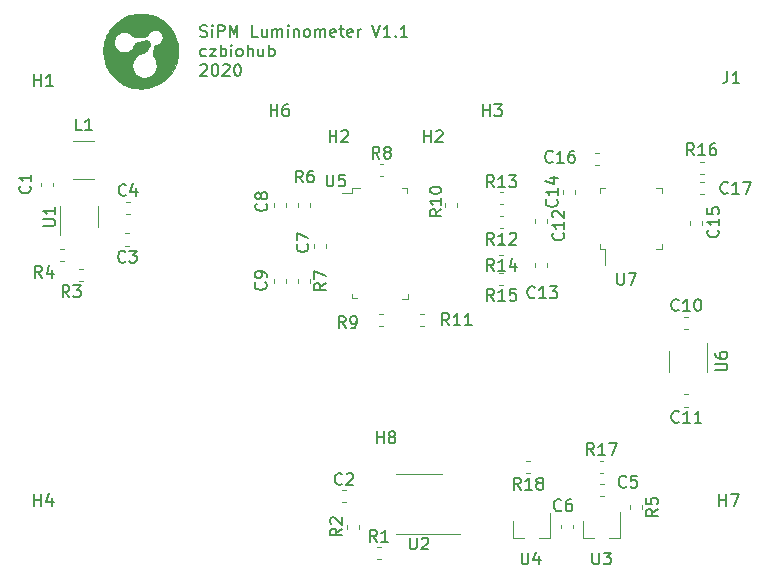
<source format=gbr>
G04 #@! TF.GenerationSoftware,KiCad,Pcbnew,(5.1.5-0)*
G04 #@! TF.CreationDate,2020-12-17T20:40:07-08:00*
G04 #@! TF.ProjectId,Luminometer_ADC_concept,4c756d69-6e6f-46d6-9574-65725f414443,rev?*
G04 #@! TF.SameCoordinates,Original*
G04 #@! TF.FileFunction,Legend,Top*
G04 #@! TF.FilePolarity,Positive*
%FSLAX46Y46*%
G04 Gerber Fmt 4.6, Leading zero omitted, Abs format (unit mm)*
G04 Created by KiCad (PCBNEW (5.1.5-0)) date 2020-12-17 20:40:07*
%MOMM*%
%LPD*%
G04 APERTURE LIST*
%ADD10C,0.150000*%
%ADD11C,0.010000*%
%ADD12C,0.120000*%
%ADD13C,0.100000*%
G04 APERTURE END LIST*
D10*
X131787976Y-83504761D02*
X131930833Y-83552380D01*
X132168928Y-83552380D01*
X132264166Y-83504761D01*
X132311785Y-83457142D01*
X132359404Y-83361904D01*
X132359404Y-83266666D01*
X132311785Y-83171428D01*
X132264166Y-83123809D01*
X132168928Y-83076190D01*
X131978452Y-83028571D01*
X131883214Y-82980952D01*
X131835595Y-82933333D01*
X131787976Y-82838095D01*
X131787976Y-82742857D01*
X131835595Y-82647619D01*
X131883214Y-82600000D01*
X131978452Y-82552380D01*
X132216547Y-82552380D01*
X132359404Y-82600000D01*
X132787976Y-83552380D02*
X132787976Y-82885714D01*
X132787976Y-82552380D02*
X132740357Y-82600000D01*
X132787976Y-82647619D01*
X132835595Y-82600000D01*
X132787976Y-82552380D01*
X132787976Y-82647619D01*
X133264166Y-83552380D02*
X133264166Y-82552380D01*
X133645119Y-82552380D01*
X133740357Y-82600000D01*
X133787976Y-82647619D01*
X133835595Y-82742857D01*
X133835595Y-82885714D01*
X133787976Y-82980952D01*
X133740357Y-83028571D01*
X133645119Y-83076190D01*
X133264166Y-83076190D01*
X134264166Y-83552380D02*
X134264166Y-82552380D01*
X134597500Y-83266666D01*
X134930833Y-82552380D01*
X134930833Y-83552380D01*
X136645119Y-83552380D02*
X136168928Y-83552380D01*
X136168928Y-82552380D01*
X137407023Y-82885714D02*
X137407023Y-83552380D01*
X136978452Y-82885714D02*
X136978452Y-83409523D01*
X137026071Y-83504761D01*
X137121309Y-83552380D01*
X137264166Y-83552380D01*
X137359404Y-83504761D01*
X137407023Y-83457142D01*
X137883214Y-83552380D02*
X137883214Y-82885714D01*
X137883214Y-82980952D02*
X137930833Y-82933333D01*
X138026071Y-82885714D01*
X138168928Y-82885714D01*
X138264166Y-82933333D01*
X138311785Y-83028571D01*
X138311785Y-83552380D01*
X138311785Y-83028571D02*
X138359404Y-82933333D01*
X138454642Y-82885714D01*
X138597500Y-82885714D01*
X138692738Y-82933333D01*
X138740357Y-83028571D01*
X138740357Y-83552380D01*
X139216547Y-83552380D02*
X139216547Y-82885714D01*
X139216547Y-82552380D02*
X139168928Y-82600000D01*
X139216547Y-82647619D01*
X139264166Y-82600000D01*
X139216547Y-82552380D01*
X139216547Y-82647619D01*
X139692738Y-82885714D02*
X139692738Y-83552380D01*
X139692738Y-82980952D02*
X139740357Y-82933333D01*
X139835595Y-82885714D01*
X139978452Y-82885714D01*
X140073690Y-82933333D01*
X140121309Y-83028571D01*
X140121309Y-83552380D01*
X140740357Y-83552380D02*
X140645119Y-83504761D01*
X140597500Y-83457142D01*
X140549880Y-83361904D01*
X140549880Y-83076190D01*
X140597500Y-82980952D01*
X140645119Y-82933333D01*
X140740357Y-82885714D01*
X140883214Y-82885714D01*
X140978452Y-82933333D01*
X141026071Y-82980952D01*
X141073690Y-83076190D01*
X141073690Y-83361904D01*
X141026071Y-83457142D01*
X140978452Y-83504761D01*
X140883214Y-83552380D01*
X140740357Y-83552380D01*
X141502261Y-83552380D02*
X141502261Y-82885714D01*
X141502261Y-82980952D02*
X141549880Y-82933333D01*
X141645119Y-82885714D01*
X141787976Y-82885714D01*
X141883214Y-82933333D01*
X141930833Y-83028571D01*
X141930833Y-83552380D01*
X141930833Y-83028571D02*
X141978452Y-82933333D01*
X142073690Y-82885714D01*
X142216547Y-82885714D01*
X142311785Y-82933333D01*
X142359404Y-83028571D01*
X142359404Y-83552380D01*
X143216547Y-83504761D02*
X143121309Y-83552380D01*
X142930833Y-83552380D01*
X142835595Y-83504761D01*
X142787976Y-83409523D01*
X142787976Y-83028571D01*
X142835595Y-82933333D01*
X142930833Y-82885714D01*
X143121309Y-82885714D01*
X143216547Y-82933333D01*
X143264166Y-83028571D01*
X143264166Y-83123809D01*
X142787976Y-83219047D01*
X143549880Y-82885714D02*
X143930833Y-82885714D01*
X143692738Y-82552380D02*
X143692738Y-83409523D01*
X143740357Y-83504761D01*
X143835595Y-83552380D01*
X143930833Y-83552380D01*
X144645119Y-83504761D02*
X144549880Y-83552380D01*
X144359404Y-83552380D01*
X144264166Y-83504761D01*
X144216547Y-83409523D01*
X144216547Y-83028571D01*
X144264166Y-82933333D01*
X144359404Y-82885714D01*
X144549880Y-82885714D01*
X144645119Y-82933333D01*
X144692738Y-83028571D01*
X144692738Y-83123809D01*
X144216547Y-83219047D01*
X145121309Y-83552380D02*
X145121309Y-82885714D01*
X145121309Y-83076190D02*
X145168928Y-82980952D01*
X145216547Y-82933333D01*
X145311785Y-82885714D01*
X145407023Y-82885714D01*
X146359404Y-82552380D02*
X146692738Y-83552380D01*
X147026071Y-82552380D01*
X147883214Y-83552380D02*
X147311785Y-83552380D01*
X147597500Y-83552380D02*
X147597500Y-82552380D01*
X147502261Y-82695238D01*
X147407023Y-82790476D01*
X147311785Y-82838095D01*
X148311785Y-83457142D02*
X148359404Y-83504761D01*
X148311785Y-83552380D01*
X148264166Y-83504761D01*
X148311785Y-83457142D01*
X148311785Y-83552380D01*
X149311785Y-83552380D02*
X148740357Y-83552380D01*
X149026071Y-83552380D02*
X149026071Y-82552380D01*
X148930833Y-82695238D01*
X148835595Y-82790476D01*
X148740357Y-82838095D01*
X132264166Y-85154761D02*
X132168928Y-85202380D01*
X131978452Y-85202380D01*
X131883214Y-85154761D01*
X131835595Y-85107142D01*
X131787976Y-85011904D01*
X131787976Y-84726190D01*
X131835595Y-84630952D01*
X131883214Y-84583333D01*
X131978452Y-84535714D01*
X132168928Y-84535714D01*
X132264166Y-84583333D01*
X132597500Y-84535714D02*
X133121309Y-84535714D01*
X132597500Y-85202380D01*
X133121309Y-85202380D01*
X133502261Y-85202380D02*
X133502261Y-84202380D01*
X133502261Y-84583333D02*
X133597500Y-84535714D01*
X133787976Y-84535714D01*
X133883214Y-84583333D01*
X133930833Y-84630952D01*
X133978452Y-84726190D01*
X133978452Y-85011904D01*
X133930833Y-85107142D01*
X133883214Y-85154761D01*
X133787976Y-85202380D01*
X133597500Y-85202380D01*
X133502261Y-85154761D01*
X134407023Y-85202380D02*
X134407023Y-84535714D01*
X134407023Y-84202380D02*
X134359404Y-84250000D01*
X134407023Y-84297619D01*
X134454642Y-84250000D01*
X134407023Y-84202380D01*
X134407023Y-84297619D01*
X135026071Y-85202380D02*
X134930833Y-85154761D01*
X134883214Y-85107142D01*
X134835595Y-85011904D01*
X134835595Y-84726190D01*
X134883214Y-84630952D01*
X134930833Y-84583333D01*
X135026071Y-84535714D01*
X135168928Y-84535714D01*
X135264166Y-84583333D01*
X135311785Y-84630952D01*
X135359404Y-84726190D01*
X135359404Y-85011904D01*
X135311785Y-85107142D01*
X135264166Y-85154761D01*
X135168928Y-85202380D01*
X135026071Y-85202380D01*
X135787976Y-85202380D02*
X135787976Y-84202380D01*
X136216547Y-85202380D02*
X136216547Y-84678571D01*
X136168928Y-84583333D01*
X136073690Y-84535714D01*
X135930833Y-84535714D01*
X135835595Y-84583333D01*
X135787976Y-84630952D01*
X137121309Y-84535714D02*
X137121309Y-85202380D01*
X136692738Y-84535714D02*
X136692738Y-85059523D01*
X136740357Y-85154761D01*
X136835595Y-85202380D01*
X136978452Y-85202380D01*
X137073690Y-85154761D01*
X137121309Y-85107142D01*
X137597500Y-85202380D02*
X137597500Y-84202380D01*
X137597500Y-84583333D02*
X137692738Y-84535714D01*
X137883214Y-84535714D01*
X137978452Y-84583333D01*
X138026071Y-84630952D01*
X138073690Y-84726190D01*
X138073690Y-85011904D01*
X138026071Y-85107142D01*
X137978452Y-85154761D01*
X137883214Y-85202380D01*
X137692738Y-85202380D01*
X137597500Y-85154761D01*
X131787976Y-85947619D02*
X131835595Y-85900000D01*
X131930833Y-85852380D01*
X132168928Y-85852380D01*
X132264166Y-85900000D01*
X132311785Y-85947619D01*
X132359404Y-86042857D01*
X132359404Y-86138095D01*
X132311785Y-86280952D01*
X131740357Y-86852380D01*
X132359404Y-86852380D01*
X132978452Y-85852380D02*
X133073690Y-85852380D01*
X133168928Y-85900000D01*
X133216547Y-85947619D01*
X133264166Y-86042857D01*
X133311785Y-86233333D01*
X133311785Y-86471428D01*
X133264166Y-86661904D01*
X133216547Y-86757142D01*
X133168928Y-86804761D01*
X133073690Y-86852380D01*
X132978452Y-86852380D01*
X132883214Y-86804761D01*
X132835595Y-86757142D01*
X132787976Y-86661904D01*
X132740357Y-86471428D01*
X132740357Y-86233333D01*
X132787976Y-86042857D01*
X132835595Y-85947619D01*
X132883214Y-85900000D01*
X132978452Y-85852380D01*
X133692738Y-85947619D02*
X133740357Y-85900000D01*
X133835595Y-85852380D01*
X134073690Y-85852380D01*
X134168928Y-85900000D01*
X134216547Y-85947619D01*
X134264166Y-86042857D01*
X134264166Y-86138095D01*
X134216547Y-86280952D01*
X133645119Y-86852380D01*
X134264166Y-86852380D01*
X134883214Y-85852380D02*
X134978452Y-85852380D01*
X135073690Y-85900000D01*
X135121309Y-85947619D01*
X135168928Y-86042857D01*
X135216547Y-86233333D01*
X135216547Y-86471428D01*
X135168928Y-86661904D01*
X135121309Y-86757142D01*
X135073690Y-86804761D01*
X134978452Y-86852380D01*
X134883214Y-86852380D01*
X134787976Y-86804761D01*
X134740357Y-86757142D01*
X134692738Y-86661904D01*
X134645119Y-86471428D01*
X134645119Y-86233333D01*
X134692738Y-86042857D01*
X134740357Y-85947619D01*
X134787976Y-85900000D01*
X134883214Y-85852380D01*
D11*
G36*
X126948493Y-81580839D02*
G01*
X127122422Y-81595117D01*
X127252477Y-81612656D01*
X127478792Y-81657554D01*
X127699391Y-81718096D01*
X127913616Y-81793767D01*
X128120806Y-81884051D01*
X128320304Y-81988432D01*
X128511450Y-82106394D01*
X128693587Y-82237421D01*
X128866055Y-82380997D01*
X129028195Y-82536607D01*
X129179349Y-82703735D01*
X129318858Y-82881864D01*
X129446064Y-83070479D01*
X129560307Y-83269063D01*
X129660929Y-83477102D01*
X129675148Y-83509889D01*
X129757115Y-83723151D01*
X129822804Y-83941030D01*
X129872224Y-84163564D01*
X129905381Y-84390788D01*
X129922282Y-84622736D01*
X129924652Y-84750000D01*
X129916395Y-84983606D01*
X129891772Y-85213523D01*
X129851001Y-85439169D01*
X129794301Y-85659962D01*
X129721893Y-85875321D01*
X129633995Y-86084665D01*
X129530826Y-86287413D01*
X129412607Y-86482984D01*
X129279556Y-86670795D01*
X129132364Y-86849733D01*
X128970893Y-87019882D01*
X128799724Y-87176255D01*
X128619330Y-87318613D01*
X128430184Y-87446718D01*
X128232760Y-87560333D01*
X128027529Y-87659220D01*
X127814964Y-87743140D01*
X127595539Y-87811857D01*
X127369726Y-87865132D01*
X127137998Y-87902727D01*
X127012466Y-87916256D01*
X126955980Y-87919962D01*
X126886826Y-87922401D01*
X126809218Y-87923603D01*
X126727373Y-87923595D01*
X126645506Y-87922408D01*
X126567832Y-87920069D01*
X126498566Y-87916608D01*
X126445200Y-87912387D01*
X126214573Y-87880940D01*
X125989193Y-87833697D01*
X125769695Y-87771125D01*
X125556719Y-87693694D01*
X125350904Y-87601870D01*
X125152887Y-87496124D01*
X124963307Y-87376922D01*
X124782802Y-87244734D01*
X124612011Y-87100027D01*
X124451572Y-86943270D01*
X124302123Y-86774931D01*
X124164303Y-86595479D01*
X124038750Y-86405381D01*
X123926102Y-86205107D01*
X123826998Y-85995123D01*
X123824851Y-85990110D01*
X123742884Y-85776848D01*
X123677195Y-85558969D01*
X123627775Y-85336435D01*
X123594618Y-85109211D01*
X123577717Y-84877263D01*
X123575347Y-84750000D01*
X123583471Y-84515484D01*
X123607846Y-84285713D01*
X123648481Y-84060650D01*
X123666145Y-83992233D01*
X124469902Y-83992233D01*
X124470296Y-84045907D01*
X124471813Y-84087463D01*
X124474956Y-84121705D01*
X124480227Y-84153436D01*
X124488127Y-84187461D01*
X124491768Y-84201409D01*
X124531069Y-84317712D01*
X124584260Y-84425381D01*
X124650303Y-84523459D01*
X124728162Y-84610988D01*
X124816801Y-84687011D01*
X124915183Y-84750568D01*
X125022271Y-84800703D01*
X125137029Y-84836456D01*
X125191125Y-84847639D01*
X125305590Y-84859358D01*
X125420210Y-84855171D01*
X125533167Y-84835840D01*
X125642648Y-84802128D01*
X125746834Y-84754798D01*
X125843910Y-84694611D01*
X125932060Y-84622332D01*
X126009467Y-84538723D01*
X126046700Y-84488338D01*
X126070055Y-84451055D01*
X126095205Y-84406240D01*
X126119522Y-84359038D01*
X126140382Y-84314592D01*
X126155159Y-84278045D01*
X126157314Y-84271633D01*
X126186435Y-84202917D01*
X126227168Y-84139500D01*
X126276916Y-84084245D01*
X126333078Y-84040013D01*
X126393056Y-84009665D01*
X126396327Y-84008486D01*
X126412003Y-84003952D01*
X126442312Y-83996109D01*
X126485377Y-83985410D01*
X126539322Y-83972309D01*
X126602270Y-83957258D01*
X126672345Y-83940711D01*
X126747669Y-83923121D01*
X126800704Y-83910847D01*
X126890516Y-83890216D01*
X126965498Y-83873202D01*
X127027288Y-83859494D01*
X127077527Y-83848777D01*
X127117853Y-83840739D01*
X127149908Y-83835065D01*
X127175329Y-83831443D01*
X127195758Y-83829560D01*
X127212833Y-83829101D01*
X127225922Y-83829597D01*
X127290970Y-83841093D01*
X127348924Y-83867176D01*
X127401538Y-83908732D01*
X127419049Y-83927133D01*
X127460224Y-83978825D01*
X127487623Y-84027419D01*
X127502914Y-84076765D01*
X127507764Y-84130711D01*
X127507766Y-84131933D01*
X127507766Y-84195433D01*
X127402875Y-84411333D01*
X127366023Y-84486758D01*
X127335134Y-84548776D01*
X127309056Y-84599344D01*
X127286635Y-84640421D01*
X127266717Y-84673963D01*
X127248150Y-84701928D01*
X127229780Y-84726274D01*
X127210453Y-84748960D01*
X127192699Y-84768098D01*
X127123824Y-84829754D01*
X127045904Y-84879214D01*
X126957267Y-84917366D01*
X126862232Y-84943812D01*
X126729787Y-84980678D01*
X126606031Y-85031286D01*
X126491767Y-85095034D01*
X126387801Y-85171324D01*
X126294939Y-85259554D01*
X126213985Y-85359125D01*
X126145745Y-85469437D01*
X126138592Y-85483089D01*
X126083641Y-85606962D01*
X126044865Y-85732294D01*
X126021908Y-85857958D01*
X126014419Y-85982827D01*
X126022043Y-86105774D01*
X126044426Y-86225673D01*
X126081214Y-86341397D01*
X126132055Y-86451818D01*
X126196594Y-86555810D01*
X126274478Y-86652246D01*
X126365352Y-86740000D01*
X126468863Y-86817944D01*
X126577489Y-86881321D01*
X126682227Y-86929427D01*
X126784086Y-86964549D01*
X126888551Y-86988423D01*
X126940499Y-86996303D01*
X126984362Y-86999743D01*
X127038906Y-87000693D01*
X127098086Y-86999299D01*
X127155855Y-86995708D01*
X127206167Y-86990062D01*
X127207235Y-86989902D01*
X127337090Y-86962115D01*
X127459783Y-86918983D01*
X127575311Y-86860508D01*
X127683673Y-86786692D01*
X127784864Y-86697536D01*
X127788240Y-86694173D01*
X127876154Y-86594847D01*
X127949400Y-86488136D01*
X128007864Y-86375312D01*
X128051430Y-86257645D01*
X128079986Y-86136408D01*
X128093417Y-86012870D01*
X128091608Y-85888303D01*
X128074446Y-85763978D01*
X128041815Y-85641166D01*
X127993603Y-85521139D01*
X127929694Y-85405167D01*
X127907181Y-85370973D01*
X127845911Y-85269738D01*
X127801305Y-85168963D01*
X127773138Y-85067835D01*
X127761189Y-84965537D01*
X127765234Y-84861257D01*
X127766010Y-84854678D01*
X127770845Y-84825802D01*
X127779494Y-84784781D01*
X127791218Y-84734379D01*
X127805275Y-84677361D01*
X127820924Y-84616489D01*
X127837426Y-84554529D01*
X127854039Y-84494244D01*
X127870024Y-84438398D01*
X127884638Y-84389755D01*
X127897143Y-84351079D01*
X127906796Y-84325135D01*
X127909426Y-84319453D01*
X127935755Y-84279707D01*
X127970457Y-84248768D01*
X128016094Y-84224981D01*
X128075227Y-84206691D01*
X128088749Y-84203580D01*
X128123240Y-84193842D01*
X128166280Y-84178560D01*
X128211459Y-84160127D01*
X128239795Y-84147176D01*
X128280142Y-84126957D01*
X128311796Y-84108583D01*
X128339708Y-84088471D01*
X128368828Y-84063040D01*
X128404105Y-84028708D01*
X128405617Y-84027197D01*
X128441509Y-83990205D01*
X128468197Y-83959411D01*
X128489288Y-83929942D01*
X128508390Y-83896921D01*
X128522321Y-83869466D01*
X128552122Y-83803304D01*
X128572611Y-83743482D01*
X128585578Y-83683556D01*
X128592815Y-83617082D01*
X128592926Y-83615466D01*
X128591799Y-83530595D01*
X128578184Y-83442536D01*
X128553700Y-83359711D01*
X128517158Y-83284011D01*
X128466391Y-83210357D01*
X128404098Y-83141416D01*
X128332976Y-83079857D01*
X128255723Y-83028346D01*
X128182202Y-82992385D01*
X128121410Y-82970078D01*
X128067257Y-82956017D01*
X128012868Y-82949023D01*
X127951365Y-82947919D01*
X127927085Y-82948699D01*
X127833201Y-82957941D01*
X127749113Y-82978266D01*
X127671872Y-83011000D01*
X127598530Y-83057464D01*
X127526138Y-83118983D01*
X127507766Y-83136947D01*
X127467927Y-83178650D01*
X127437715Y-83215050D01*
X127413310Y-83251140D01*
X127394299Y-83285266D01*
X127355422Y-83352943D01*
X127315556Y-83406189D01*
X127272240Y-83447442D01*
X127223015Y-83479140D01*
X127178797Y-83498853D01*
X127161222Y-83503160D01*
X127128905Y-83508714D01*
X127083975Y-83515284D01*
X127028557Y-83522640D01*
X126964781Y-83530555D01*
X126894772Y-83538797D01*
X126820659Y-83547138D01*
X126744569Y-83555347D01*
X126668629Y-83563196D01*
X126594967Y-83570455D01*
X126525710Y-83576893D01*
X126462985Y-83582283D01*
X126408920Y-83586393D01*
X126365642Y-83588995D01*
X126335350Y-83589859D01*
X126276151Y-83587291D01*
X126224081Y-83579050D01*
X126176287Y-83563715D01*
X126129918Y-83539861D01*
X126082123Y-83506066D01*
X126030048Y-83460906D01*
X125980608Y-83412843D01*
X125910739Y-83345729D01*
X125845963Y-83291063D01*
X125782826Y-83246679D01*
X125717878Y-83210405D01*
X125647664Y-83180073D01*
X125568732Y-83153514D01*
X125567071Y-83153015D01*
X125505674Y-83139000D01*
X125433572Y-83129556D01*
X125356430Y-83124916D01*
X125279913Y-83125317D01*
X125209686Y-83130991D01*
X125174299Y-83136745D01*
X125055815Y-83169069D01*
X124944721Y-83216465D01*
X124841776Y-83278540D01*
X124747735Y-83354906D01*
X124743144Y-83359221D01*
X124659176Y-83449904D01*
X124589727Y-83549278D01*
X124534708Y-83657496D01*
X124494028Y-83774710D01*
X124491768Y-83783057D01*
X124482782Y-83819118D01*
X124476609Y-83851130D01*
X124472747Y-83883898D01*
X124470694Y-83922225D01*
X124469947Y-83970915D01*
X124469902Y-83992233D01*
X123666145Y-83992233D01*
X123705382Y-83840261D01*
X123778556Y-83624509D01*
X123824851Y-83509889D01*
X123923321Y-83300443D01*
X124035513Y-83100371D01*
X124160769Y-82910190D01*
X124298429Y-82730415D01*
X124447836Y-82561563D01*
X124608330Y-82404149D01*
X124779253Y-82258689D01*
X124959947Y-82125700D01*
X125149751Y-82005696D01*
X125348008Y-81899194D01*
X125554058Y-81806709D01*
X125767244Y-81728758D01*
X125986906Y-81665856D01*
X126212385Y-81618520D01*
X126247522Y-81612656D01*
X126413596Y-81591362D01*
X126589102Y-81578961D01*
X126769060Y-81575453D01*
X126948493Y-81580839D01*
G37*
X126948493Y-81580839D02*
X127122422Y-81595117D01*
X127252477Y-81612656D01*
X127478792Y-81657554D01*
X127699391Y-81718096D01*
X127913616Y-81793767D01*
X128120806Y-81884051D01*
X128320304Y-81988432D01*
X128511450Y-82106394D01*
X128693587Y-82237421D01*
X128866055Y-82380997D01*
X129028195Y-82536607D01*
X129179349Y-82703735D01*
X129318858Y-82881864D01*
X129446064Y-83070479D01*
X129560307Y-83269063D01*
X129660929Y-83477102D01*
X129675148Y-83509889D01*
X129757115Y-83723151D01*
X129822804Y-83941030D01*
X129872224Y-84163564D01*
X129905381Y-84390788D01*
X129922282Y-84622736D01*
X129924652Y-84750000D01*
X129916395Y-84983606D01*
X129891772Y-85213523D01*
X129851001Y-85439169D01*
X129794301Y-85659962D01*
X129721893Y-85875321D01*
X129633995Y-86084665D01*
X129530826Y-86287413D01*
X129412607Y-86482984D01*
X129279556Y-86670795D01*
X129132364Y-86849733D01*
X128970893Y-87019882D01*
X128799724Y-87176255D01*
X128619330Y-87318613D01*
X128430184Y-87446718D01*
X128232760Y-87560333D01*
X128027529Y-87659220D01*
X127814964Y-87743140D01*
X127595539Y-87811857D01*
X127369726Y-87865132D01*
X127137998Y-87902727D01*
X127012466Y-87916256D01*
X126955980Y-87919962D01*
X126886826Y-87922401D01*
X126809218Y-87923603D01*
X126727373Y-87923595D01*
X126645506Y-87922408D01*
X126567832Y-87920069D01*
X126498566Y-87916608D01*
X126445200Y-87912387D01*
X126214573Y-87880940D01*
X125989193Y-87833697D01*
X125769695Y-87771125D01*
X125556719Y-87693694D01*
X125350904Y-87601870D01*
X125152887Y-87496124D01*
X124963307Y-87376922D01*
X124782802Y-87244734D01*
X124612011Y-87100027D01*
X124451572Y-86943270D01*
X124302123Y-86774931D01*
X124164303Y-86595479D01*
X124038750Y-86405381D01*
X123926102Y-86205107D01*
X123826998Y-85995123D01*
X123824851Y-85990110D01*
X123742884Y-85776848D01*
X123677195Y-85558969D01*
X123627775Y-85336435D01*
X123594618Y-85109211D01*
X123577717Y-84877263D01*
X123575347Y-84750000D01*
X123583471Y-84515484D01*
X123607846Y-84285713D01*
X123648481Y-84060650D01*
X123666145Y-83992233D01*
X124469902Y-83992233D01*
X124470296Y-84045907D01*
X124471813Y-84087463D01*
X124474956Y-84121705D01*
X124480227Y-84153436D01*
X124488127Y-84187461D01*
X124491768Y-84201409D01*
X124531069Y-84317712D01*
X124584260Y-84425381D01*
X124650303Y-84523459D01*
X124728162Y-84610988D01*
X124816801Y-84687011D01*
X124915183Y-84750568D01*
X125022271Y-84800703D01*
X125137029Y-84836456D01*
X125191125Y-84847639D01*
X125305590Y-84859358D01*
X125420210Y-84855171D01*
X125533167Y-84835840D01*
X125642648Y-84802128D01*
X125746834Y-84754798D01*
X125843910Y-84694611D01*
X125932060Y-84622332D01*
X126009467Y-84538723D01*
X126046700Y-84488338D01*
X126070055Y-84451055D01*
X126095205Y-84406240D01*
X126119522Y-84359038D01*
X126140382Y-84314592D01*
X126155159Y-84278045D01*
X126157314Y-84271633D01*
X126186435Y-84202917D01*
X126227168Y-84139500D01*
X126276916Y-84084245D01*
X126333078Y-84040013D01*
X126393056Y-84009665D01*
X126396327Y-84008486D01*
X126412003Y-84003952D01*
X126442312Y-83996109D01*
X126485377Y-83985410D01*
X126539322Y-83972309D01*
X126602270Y-83957258D01*
X126672345Y-83940711D01*
X126747669Y-83923121D01*
X126800704Y-83910847D01*
X126890516Y-83890216D01*
X126965498Y-83873202D01*
X127027288Y-83859494D01*
X127077527Y-83848777D01*
X127117853Y-83840739D01*
X127149908Y-83835065D01*
X127175329Y-83831443D01*
X127195758Y-83829560D01*
X127212833Y-83829101D01*
X127225922Y-83829597D01*
X127290970Y-83841093D01*
X127348924Y-83867176D01*
X127401538Y-83908732D01*
X127419049Y-83927133D01*
X127460224Y-83978825D01*
X127487623Y-84027419D01*
X127502914Y-84076765D01*
X127507764Y-84130711D01*
X127507766Y-84131933D01*
X127507766Y-84195433D01*
X127402875Y-84411333D01*
X127366023Y-84486758D01*
X127335134Y-84548776D01*
X127309056Y-84599344D01*
X127286635Y-84640421D01*
X127266717Y-84673963D01*
X127248150Y-84701928D01*
X127229780Y-84726274D01*
X127210453Y-84748960D01*
X127192699Y-84768098D01*
X127123824Y-84829754D01*
X127045904Y-84879214D01*
X126957267Y-84917366D01*
X126862232Y-84943812D01*
X126729787Y-84980678D01*
X126606031Y-85031286D01*
X126491767Y-85095034D01*
X126387801Y-85171324D01*
X126294939Y-85259554D01*
X126213985Y-85359125D01*
X126145745Y-85469437D01*
X126138592Y-85483089D01*
X126083641Y-85606962D01*
X126044865Y-85732294D01*
X126021908Y-85857958D01*
X126014419Y-85982827D01*
X126022043Y-86105774D01*
X126044426Y-86225673D01*
X126081214Y-86341397D01*
X126132055Y-86451818D01*
X126196594Y-86555810D01*
X126274478Y-86652246D01*
X126365352Y-86740000D01*
X126468863Y-86817944D01*
X126577489Y-86881321D01*
X126682227Y-86929427D01*
X126784086Y-86964549D01*
X126888551Y-86988423D01*
X126940499Y-86996303D01*
X126984362Y-86999743D01*
X127038906Y-87000693D01*
X127098086Y-86999299D01*
X127155855Y-86995708D01*
X127206167Y-86990062D01*
X127207235Y-86989902D01*
X127337090Y-86962115D01*
X127459783Y-86918983D01*
X127575311Y-86860508D01*
X127683673Y-86786692D01*
X127784864Y-86697536D01*
X127788240Y-86694173D01*
X127876154Y-86594847D01*
X127949400Y-86488136D01*
X128007864Y-86375312D01*
X128051430Y-86257645D01*
X128079986Y-86136408D01*
X128093417Y-86012870D01*
X128091608Y-85888303D01*
X128074446Y-85763978D01*
X128041815Y-85641166D01*
X127993603Y-85521139D01*
X127929694Y-85405167D01*
X127907181Y-85370973D01*
X127845911Y-85269738D01*
X127801305Y-85168963D01*
X127773138Y-85067835D01*
X127761189Y-84965537D01*
X127765234Y-84861257D01*
X127766010Y-84854678D01*
X127770845Y-84825802D01*
X127779494Y-84784781D01*
X127791218Y-84734379D01*
X127805275Y-84677361D01*
X127820924Y-84616489D01*
X127837426Y-84554529D01*
X127854039Y-84494244D01*
X127870024Y-84438398D01*
X127884638Y-84389755D01*
X127897143Y-84351079D01*
X127906796Y-84325135D01*
X127909426Y-84319453D01*
X127935755Y-84279707D01*
X127970457Y-84248768D01*
X128016094Y-84224981D01*
X128075227Y-84206691D01*
X128088749Y-84203580D01*
X128123240Y-84193842D01*
X128166280Y-84178560D01*
X128211459Y-84160127D01*
X128239795Y-84147176D01*
X128280142Y-84126957D01*
X128311796Y-84108583D01*
X128339708Y-84088471D01*
X128368828Y-84063040D01*
X128404105Y-84028708D01*
X128405617Y-84027197D01*
X128441509Y-83990205D01*
X128468197Y-83959411D01*
X128489288Y-83929942D01*
X128508390Y-83896921D01*
X128522321Y-83869466D01*
X128552122Y-83803304D01*
X128572611Y-83743482D01*
X128585578Y-83683556D01*
X128592815Y-83617082D01*
X128592926Y-83615466D01*
X128591799Y-83530595D01*
X128578184Y-83442536D01*
X128553700Y-83359711D01*
X128517158Y-83284011D01*
X128466391Y-83210357D01*
X128404098Y-83141416D01*
X128332976Y-83079857D01*
X128255723Y-83028346D01*
X128182202Y-82992385D01*
X128121410Y-82970078D01*
X128067257Y-82956017D01*
X128012868Y-82949023D01*
X127951365Y-82947919D01*
X127927085Y-82948699D01*
X127833201Y-82957941D01*
X127749113Y-82978266D01*
X127671872Y-83011000D01*
X127598530Y-83057464D01*
X127526138Y-83118983D01*
X127507766Y-83136947D01*
X127467927Y-83178650D01*
X127437715Y-83215050D01*
X127413310Y-83251140D01*
X127394299Y-83285266D01*
X127355422Y-83352943D01*
X127315556Y-83406189D01*
X127272240Y-83447442D01*
X127223015Y-83479140D01*
X127178797Y-83498853D01*
X127161222Y-83503160D01*
X127128905Y-83508714D01*
X127083975Y-83515284D01*
X127028557Y-83522640D01*
X126964781Y-83530555D01*
X126894772Y-83538797D01*
X126820659Y-83547138D01*
X126744569Y-83555347D01*
X126668629Y-83563196D01*
X126594967Y-83570455D01*
X126525710Y-83576893D01*
X126462985Y-83582283D01*
X126408920Y-83586393D01*
X126365642Y-83588995D01*
X126335350Y-83589859D01*
X126276151Y-83587291D01*
X126224081Y-83579050D01*
X126176287Y-83563715D01*
X126129918Y-83539861D01*
X126082123Y-83506066D01*
X126030048Y-83460906D01*
X125980608Y-83412843D01*
X125910739Y-83345729D01*
X125845963Y-83291063D01*
X125782826Y-83246679D01*
X125717878Y-83210405D01*
X125647664Y-83180073D01*
X125568732Y-83153514D01*
X125567071Y-83153015D01*
X125505674Y-83139000D01*
X125433572Y-83129556D01*
X125356430Y-83124916D01*
X125279913Y-83125317D01*
X125209686Y-83130991D01*
X125174299Y-83136745D01*
X125055815Y-83169069D01*
X124944721Y-83216465D01*
X124841776Y-83278540D01*
X124747735Y-83354906D01*
X124743144Y-83359221D01*
X124659176Y-83449904D01*
X124589727Y-83549278D01*
X124534708Y-83657496D01*
X124494028Y-83774710D01*
X124491768Y-83783057D01*
X124482782Y-83819118D01*
X124476609Y-83851130D01*
X124472747Y-83883898D01*
X124470694Y-83922225D01*
X124469947Y-83970915D01*
X124469902Y-83992233D01*
X123666145Y-83992233D01*
X123705382Y-83840261D01*
X123778556Y-83624509D01*
X123824851Y-83509889D01*
X123923321Y-83300443D01*
X124035513Y-83100371D01*
X124160769Y-82910190D01*
X124298429Y-82730415D01*
X124447836Y-82561563D01*
X124608330Y-82404149D01*
X124779253Y-82258689D01*
X124959947Y-82125700D01*
X125149751Y-82005696D01*
X125348008Y-81899194D01*
X125554058Y-81806709D01*
X125767244Y-81728758D01*
X125986906Y-81665856D01*
X126212385Y-81618520D01*
X126247522Y-81612656D01*
X126413596Y-81591362D01*
X126589102Y-81578961D01*
X126769060Y-81575453D01*
X126948493Y-81580839D01*
D12*
X159712779Y-119490000D02*
X159387221Y-119490000D01*
X159712779Y-120510000D02*
X159387221Y-120510000D01*
X165912779Y-119440000D02*
X165587221Y-119440000D01*
X165912779Y-120460000D02*
X165587221Y-120460000D01*
X163526000Y-96831279D02*
X163526000Y-96505721D01*
X162506000Y-96831279D02*
X162506000Y-96505721D01*
X125437221Y-101210000D02*
X125762779Y-101210000D01*
X125437221Y-100190000D02*
X125762779Y-100190000D01*
X118290000Y-95887221D02*
X118290000Y-96212779D01*
X119310000Y-95887221D02*
X119310000Y-96212779D01*
X165962779Y-121440000D02*
X165637221Y-121440000D01*
X165962779Y-122460000D02*
X165637221Y-122460000D01*
X162340000Y-124837221D02*
X162340000Y-125162779D01*
X163360000Y-124837221D02*
X163360000Y-125162779D01*
X138016000Y-97584721D02*
X138016000Y-97910279D01*
X139036000Y-97584721D02*
X139036000Y-97910279D01*
X158220000Y-126010000D02*
X158220000Y-124550000D01*
X161380000Y-126010000D02*
X161380000Y-123850000D01*
X161380000Y-126010000D02*
X160450000Y-126010000D01*
X158220000Y-126010000D02*
X159150000Y-126010000D01*
X140016000Y-104068721D02*
X140016000Y-104394279D01*
X141036000Y-104068721D02*
X141036000Y-104394279D01*
X146920721Y-108045000D02*
X147246279Y-108045000D01*
X146920721Y-107025000D02*
X147246279Y-107025000D01*
X153556000Y-97910279D02*
X153556000Y-97584721D01*
X152536000Y-97910279D02*
X152536000Y-97584721D01*
X157446279Y-96713000D02*
X157120721Y-96713000D01*
X157446279Y-97733000D02*
X157120721Y-97733000D01*
X157438279Y-100959000D02*
X157112721Y-100959000D01*
X157438279Y-101979000D02*
X157112721Y-101979000D01*
X157438279Y-103499000D02*
X157112721Y-103499000D01*
X157438279Y-104519000D02*
X157112721Y-104519000D01*
X138016000Y-104068721D02*
X138016000Y-104394279D01*
X139036000Y-104068721D02*
X139036000Y-104394279D01*
X173091279Y-107294000D02*
X172765721Y-107294000D01*
X173091279Y-108314000D02*
X172765721Y-108314000D01*
X173101279Y-113824000D02*
X172775721Y-113824000D01*
X173101279Y-114844000D02*
X172775721Y-114844000D01*
X160093000Y-102728721D02*
X160093000Y-103054279D01*
X161113000Y-102728721D02*
X161113000Y-103054279D01*
X173245500Y-99117721D02*
X173245500Y-99443279D01*
X174265500Y-99117721D02*
X174265500Y-99443279D01*
X165498279Y-93339000D02*
X165172721Y-93339000D01*
X165498279Y-94359000D02*
X165172721Y-94359000D01*
X174062721Y-96844000D02*
X174388279Y-96844000D01*
X174062721Y-95824000D02*
X174388279Y-95824000D01*
X150420721Y-108045000D02*
X150746279Y-108045000D01*
X150420721Y-107025000D02*
X150746279Y-107025000D01*
D13*
X144666000Y-96746000D02*
X143766000Y-96746000D01*
X144666000Y-96346000D02*
X144666000Y-96746000D01*
X145266000Y-96346000D02*
X144666000Y-96346000D01*
X149266000Y-96346000D02*
X148866000Y-96346000D01*
X149266000Y-96746000D02*
X149266000Y-96346000D01*
X149366000Y-105746000D02*
X148866000Y-105746000D01*
X149366000Y-105346000D02*
X149366000Y-105746000D01*
X144666000Y-105646000D02*
X145066000Y-105646000D01*
X144666000Y-105346000D02*
X144666000Y-105646000D01*
D12*
X166063000Y-101539000D02*
X166063000Y-102854000D01*
X165613000Y-101539000D02*
X166063000Y-101539000D01*
X165613000Y-101089000D02*
X165613000Y-101539000D01*
X165613000Y-96319000D02*
X166063000Y-96319000D01*
X165613000Y-96769000D02*
X165613000Y-96319000D01*
X170833000Y-101539000D02*
X170383000Y-101539000D01*
X170833000Y-101089000D02*
X170833000Y-101539000D01*
X170833000Y-96319000D02*
X170383000Y-96319000D01*
X170833000Y-96769000D02*
X170833000Y-96319000D01*
X143786721Y-122957000D02*
X144112279Y-122957000D01*
X143786721Y-121937000D02*
X144112279Y-121937000D01*
X146733221Y-127783000D02*
X147058779Y-127783000D01*
X146733221Y-126763000D02*
X147058779Y-126763000D01*
X145247000Y-125175279D02*
X145247000Y-124849721D01*
X144227000Y-125175279D02*
X144227000Y-124849721D01*
X168140000Y-123187221D02*
X168140000Y-123512779D01*
X169160000Y-123187221D02*
X169160000Y-123512779D01*
X121812779Y-103190000D02*
X121487221Y-103190000D01*
X121812779Y-104210000D02*
X121487221Y-104210000D01*
X120212779Y-101540000D02*
X119887221Y-101540000D01*
X120212779Y-102560000D02*
X119887221Y-102560000D01*
X125812779Y-97540000D02*
X125487221Y-97540000D01*
X125812779Y-98560000D02*
X125487221Y-98560000D01*
X121019000Y-92367000D02*
X122819000Y-92367000D01*
X121019000Y-95567000D02*
X122819000Y-95567000D01*
X141384000Y-101062721D02*
X141384000Y-101388279D01*
X142404000Y-101062721D02*
X142404000Y-101388279D01*
X119939000Y-97872000D02*
X119939000Y-100322000D01*
X123159000Y-99672000D02*
X123159000Y-97872000D01*
X164170000Y-125960000D02*
X164170000Y-124500000D01*
X167330000Y-125960000D02*
X167330000Y-123800000D01*
X167330000Y-125960000D02*
X166400000Y-125960000D01*
X164170000Y-125960000D02*
X165100000Y-125960000D01*
X174646000Y-111924000D02*
X174646000Y-109474000D01*
X171426000Y-110124000D02*
X171426000Y-111924000D01*
X141036000Y-97910279D02*
X141036000Y-97584721D01*
X140016000Y-97910279D02*
X140016000Y-97584721D01*
X146955721Y-95333000D02*
X147281279Y-95333000D01*
X146955721Y-94313000D02*
X147281279Y-94313000D01*
X157446279Y-98745000D02*
X157120721Y-98745000D01*
X157446279Y-99765000D02*
X157120721Y-99765000D01*
X150284000Y-125641000D02*
X153734000Y-125641000D01*
X150284000Y-125641000D02*
X148334000Y-125641000D01*
X150284000Y-120521000D02*
X152234000Y-120521000D01*
X150284000Y-120521000D02*
X148334000Y-120521000D01*
X174388279Y-94109000D02*
X174062721Y-94109000D01*
X174388279Y-95129000D02*
X174062721Y-95129000D01*
X161113000Y-99319279D02*
X161113000Y-98993721D01*
X160093000Y-99319279D02*
X160093000Y-98993721D01*
D10*
X150738095Y-92452380D02*
X150738095Y-91452380D01*
X150738095Y-91928571D02*
X151309523Y-91928571D01*
X151309523Y-92452380D02*
X151309523Y-91452380D01*
X151738095Y-91547619D02*
X151785714Y-91500000D01*
X151880952Y-91452380D01*
X152119047Y-91452380D01*
X152214285Y-91500000D01*
X152261904Y-91547619D01*
X152309523Y-91642857D01*
X152309523Y-91738095D01*
X152261904Y-91880952D01*
X151690476Y-92452380D01*
X152309523Y-92452380D01*
X176416666Y-86452380D02*
X176416666Y-87166666D01*
X176369047Y-87309523D01*
X176273809Y-87404761D01*
X176130952Y-87452380D01*
X176035714Y-87452380D01*
X177416666Y-87452380D02*
X176845238Y-87452380D01*
X177130952Y-87452380D02*
X177130952Y-86452380D01*
X177035714Y-86595238D01*
X176940476Y-86690476D01*
X176845238Y-86738095D01*
X158907142Y-121882380D02*
X158573809Y-121406190D01*
X158335714Y-121882380D02*
X158335714Y-120882380D01*
X158716666Y-120882380D01*
X158811904Y-120930000D01*
X158859523Y-120977619D01*
X158907142Y-121072857D01*
X158907142Y-121215714D01*
X158859523Y-121310952D01*
X158811904Y-121358571D01*
X158716666Y-121406190D01*
X158335714Y-121406190D01*
X159859523Y-121882380D02*
X159288095Y-121882380D01*
X159573809Y-121882380D02*
X159573809Y-120882380D01*
X159478571Y-121025238D01*
X159383333Y-121120476D01*
X159288095Y-121168095D01*
X160430952Y-121310952D02*
X160335714Y-121263333D01*
X160288095Y-121215714D01*
X160240476Y-121120476D01*
X160240476Y-121072857D01*
X160288095Y-120977619D01*
X160335714Y-120930000D01*
X160430952Y-120882380D01*
X160621428Y-120882380D01*
X160716666Y-120930000D01*
X160764285Y-120977619D01*
X160811904Y-121072857D01*
X160811904Y-121120476D01*
X160764285Y-121215714D01*
X160716666Y-121263333D01*
X160621428Y-121310952D01*
X160430952Y-121310952D01*
X160335714Y-121358571D01*
X160288095Y-121406190D01*
X160240476Y-121501428D01*
X160240476Y-121691904D01*
X160288095Y-121787142D01*
X160335714Y-121834761D01*
X160430952Y-121882380D01*
X160621428Y-121882380D01*
X160716666Y-121834761D01*
X160764285Y-121787142D01*
X160811904Y-121691904D01*
X160811904Y-121501428D01*
X160764285Y-121406190D01*
X160716666Y-121358571D01*
X160621428Y-121310952D01*
X165107142Y-118952380D02*
X164773809Y-118476190D01*
X164535714Y-118952380D02*
X164535714Y-117952380D01*
X164916666Y-117952380D01*
X165011904Y-118000000D01*
X165059523Y-118047619D01*
X165107142Y-118142857D01*
X165107142Y-118285714D01*
X165059523Y-118380952D01*
X165011904Y-118428571D01*
X164916666Y-118476190D01*
X164535714Y-118476190D01*
X166059523Y-118952380D02*
X165488095Y-118952380D01*
X165773809Y-118952380D02*
X165773809Y-117952380D01*
X165678571Y-118095238D01*
X165583333Y-118190476D01*
X165488095Y-118238095D01*
X166392857Y-117952380D02*
X167059523Y-117952380D01*
X166630952Y-118952380D01*
X146738095Y-117952380D02*
X146738095Y-116952380D01*
X146738095Y-117428571D02*
X147309523Y-117428571D01*
X147309523Y-117952380D02*
X147309523Y-116952380D01*
X147928571Y-117380952D02*
X147833333Y-117333333D01*
X147785714Y-117285714D01*
X147738095Y-117190476D01*
X147738095Y-117142857D01*
X147785714Y-117047619D01*
X147833333Y-117000000D01*
X147928571Y-116952380D01*
X148119047Y-116952380D01*
X148214285Y-117000000D01*
X148261904Y-117047619D01*
X148309523Y-117142857D01*
X148309523Y-117190476D01*
X148261904Y-117285714D01*
X148214285Y-117333333D01*
X148119047Y-117380952D01*
X147928571Y-117380952D01*
X147833333Y-117428571D01*
X147785714Y-117476190D01*
X147738095Y-117571428D01*
X147738095Y-117761904D01*
X147785714Y-117857142D01*
X147833333Y-117904761D01*
X147928571Y-117952380D01*
X148119047Y-117952380D01*
X148214285Y-117904761D01*
X148261904Y-117857142D01*
X148309523Y-117761904D01*
X148309523Y-117571428D01*
X148261904Y-117476190D01*
X148214285Y-117428571D01*
X148119047Y-117380952D01*
X175738095Y-123252380D02*
X175738095Y-122252380D01*
X175738095Y-122728571D02*
X176309523Y-122728571D01*
X176309523Y-123252380D02*
X176309523Y-122252380D01*
X176690476Y-122252380D02*
X177357142Y-122252380D01*
X176928571Y-123252380D01*
X137738095Y-90252380D02*
X137738095Y-89252380D01*
X137738095Y-89728571D02*
X138309523Y-89728571D01*
X138309523Y-90252380D02*
X138309523Y-89252380D01*
X139214285Y-89252380D02*
X139023809Y-89252380D01*
X138928571Y-89300000D01*
X138880952Y-89347619D01*
X138785714Y-89490476D01*
X138738095Y-89680952D01*
X138738095Y-90061904D01*
X138785714Y-90157142D01*
X138833333Y-90204761D01*
X138928571Y-90252380D01*
X139119047Y-90252380D01*
X139214285Y-90204761D01*
X139261904Y-90157142D01*
X139309523Y-90061904D01*
X139309523Y-89823809D01*
X139261904Y-89728571D01*
X139214285Y-89680952D01*
X139119047Y-89633333D01*
X138928571Y-89633333D01*
X138833333Y-89680952D01*
X138785714Y-89728571D01*
X138738095Y-89823809D01*
X117738095Y-123252380D02*
X117738095Y-122252380D01*
X117738095Y-122728571D02*
X118309523Y-122728571D01*
X118309523Y-123252380D02*
X118309523Y-122252380D01*
X119214285Y-122585714D02*
X119214285Y-123252380D01*
X118976190Y-122204761D02*
X118738095Y-122919047D01*
X119357142Y-122919047D01*
X155738095Y-90252380D02*
X155738095Y-89252380D01*
X155738095Y-89728571D02*
X156309523Y-89728571D01*
X156309523Y-90252380D02*
X156309523Y-89252380D01*
X156690476Y-89252380D02*
X157309523Y-89252380D01*
X156976190Y-89633333D01*
X157119047Y-89633333D01*
X157214285Y-89680952D01*
X157261904Y-89728571D01*
X157309523Y-89823809D01*
X157309523Y-90061904D01*
X157261904Y-90157142D01*
X157214285Y-90204761D01*
X157119047Y-90252380D01*
X156833333Y-90252380D01*
X156738095Y-90204761D01*
X156690476Y-90157142D01*
X142738095Y-92452380D02*
X142738095Y-91452380D01*
X142738095Y-91928571D02*
X143309523Y-91928571D01*
X143309523Y-92452380D02*
X143309523Y-91452380D01*
X143738095Y-91547619D02*
X143785714Y-91500000D01*
X143880952Y-91452380D01*
X144119047Y-91452380D01*
X144214285Y-91500000D01*
X144261904Y-91547619D01*
X144309523Y-91642857D01*
X144309523Y-91738095D01*
X144261904Y-91880952D01*
X143690476Y-92452380D01*
X144309523Y-92452380D01*
X117738095Y-87702380D02*
X117738095Y-86702380D01*
X117738095Y-87178571D02*
X118309523Y-87178571D01*
X118309523Y-87702380D02*
X118309523Y-86702380D01*
X119309523Y-87702380D02*
X118738095Y-87702380D01*
X119023809Y-87702380D02*
X119023809Y-86702380D01*
X118928571Y-86845238D01*
X118833333Y-86940476D01*
X118738095Y-86988095D01*
X161943142Y-97311357D02*
X161990761Y-97358976D01*
X162038380Y-97501833D01*
X162038380Y-97597071D01*
X161990761Y-97739928D01*
X161895523Y-97835166D01*
X161800285Y-97882785D01*
X161609809Y-97930404D01*
X161466952Y-97930404D01*
X161276476Y-97882785D01*
X161181238Y-97835166D01*
X161086000Y-97739928D01*
X161038380Y-97597071D01*
X161038380Y-97501833D01*
X161086000Y-97358976D01*
X161133619Y-97311357D01*
X162038380Y-96358976D02*
X162038380Y-96930404D01*
X162038380Y-96644690D02*
X161038380Y-96644690D01*
X161181238Y-96739928D01*
X161276476Y-96835166D01*
X161324095Y-96930404D01*
X161371714Y-95501833D02*
X162038380Y-95501833D01*
X160990761Y-95739928D02*
X161705047Y-95978023D01*
X161705047Y-95358976D01*
X125433333Y-102557142D02*
X125385714Y-102604761D01*
X125242857Y-102652380D01*
X125147619Y-102652380D01*
X125004761Y-102604761D01*
X124909523Y-102509523D01*
X124861904Y-102414285D01*
X124814285Y-102223809D01*
X124814285Y-102080952D01*
X124861904Y-101890476D01*
X124909523Y-101795238D01*
X125004761Y-101700000D01*
X125147619Y-101652380D01*
X125242857Y-101652380D01*
X125385714Y-101700000D01*
X125433333Y-101747619D01*
X125766666Y-101652380D02*
X126385714Y-101652380D01*
X126052380Y-102033333D01*
X126195238Y-102033333D01*
X126290476Y-102080952D01*
X126338095Y-102128571D01*
X126385714Y-102223809D01*
X126385714Y-102461904D01*
X126338095Y-102557142D01*
X126290476Y-102604761D01*
X126195238Y-102652380D01*
X125909523Y-102652380D01*
X125814285Y-102604761D01*
X125766666Y-102557142D01*
X117357142Y-96166666D02*
X117404761Y-96214285D01*
X117452380Y-96357142D01*
X117452380Y-96452380D01*
X117404761Y-96595238D01*
X117309523Y-96690476D01*
X117214285Y-96738095D01*
X117023809Y-96785714D01*
X116880952Y-96785714D01*
X116690476Y-96738095D01*
X116595238Y-96690476D01*
X116500000Y-96595238D01*
X116452380Y-96452380D01*
X116452380Y-96357142D01*
X116500000Y-96214285D01*
X116547619Y-96166666D01*
X117452380Y-95214285D02*
X117452380Y-95785714D01*
X117452380Y-95500000D02*
X116452380Y-95500000D01*
X116595238Y-95595238D01*
X116690476Y-95690476D01*
X116738095Y-95785714D01*
X167833333Y-121607142D02*
X167785714Y-121654761D01*
X167642857Y-121702380D01*
X167547619Y-121702380D01*
X167404761Y-121654761D01*
X167309523Y-121559523D01*
X167261904Y-121464285D01*
X167214285Y-121273809D01*
X167214285Y-121130952D01*
X167261904Y-120940476D01*
X167309523Y-120845238D01*
X167404761Y-120750000D01*
X167547619Y-120702380D01*
X167642857Y-120702380D01*
X167785714Y-120750000D01*
X167833333Y-120797619D01*
X168738095Y-120702380D02*
X168261904Y-120702380D01*
X168214285Y-121178571D01*
X168261904Y-121130952D01*
X168357142Y-121083333D01*
X168595238Y-121083333D01*
X168690476Y-121130952D01*
X168738095Y-121178571D01*
X168785714Y-121273809D01*
X168785714Y-121511904D01*
X168738095Y-121607142D01*
X168690476Y-121654761D01*
X168595238Y-121702380D01*
X168357142Y-121702380D01*
X168261904Y-121654761D01*
X168214285Y-121607142D01*
X162333333Y-123607142D02*
X162285714Y-123654761D01*
X162142857Y-123702380D01*
X162047619Y-123702380D01*
X161904761Y-123654761D01*
X161809523Y-123559523D01*
X161761904Y-123464285D01*
X161714285Y-123273809D01*
X161714285Y-123130952D01*
X161761904Y-122940476D01*
X161809523Y-122845238D01*
X161904761Y-122750000D01*
X162047619Y-122702380D01*
X162142857Y-122702380D01*
X162285714Y-122750000D01*
X162333333Y-122797619D01*
X163190476Y-122702380D02*
X163000000Y-122702380D01*
X162904761Y-122750000D01*
X162857142Y-122797619D01*
X162761904Y-122940476D01*
X162714285Y-123130952D01*
X162714285Y-123511904D01*
X162761904Y-123607142D01*
X162809523Y-123654761D01*
X162904761Y-123702380D01*
X163095238Y-123702380D01*
X163190476Y-123654761D01*
X163238095Y-123607142D01*
X163285714Y-123511904D01*
X163285714Y-123273809D01*
X163238095Y-123178571D01*
X163190476Y-123130952D01*
X163095238Y-123083333D01*
X162904761Y-123083333D01*
X162809523Y-123130952D01*
X162761904Y-123178571D01*
X162714285Y-123273809D01*
X137357142Y-97666666D02*
X137404761Y-97714285D01*
X137452380Y-97857142D01*
X137452380Y-97952380D01*
X137404761Y-98095238D01*
X137309523Y-98190476D01*
X137214285Y-98238095D01*
X137023809Y-98285714D01*
X136880952Y-98285714D01*
X136690476Y-98238095D01*
X136595238Y-98190476D01*
X136500000Y-98095238D01*
X136452380Y-97952380D01*
X136452380Y-97857142D01*
X136500000Y-97714285D01*
X136547619Y-97666666D01*
X136880952Y-97095238D02*
X136833333Y-97190476D01*
X136785714Y-97238095D01*
X136690476Y-97285714D01*
X136642857Y-97285714D01*
X136547619Y-97238095D01*
X136500000Y-97190476D01*
X136452380Y-97095238D01*
X136452380Y-96904761D01*
X136500000Y-96809523D01*
X136547619Y-96761904D01*
X136642857Y-96714285D01*
X136690476Y-96714285D01*
X136785714Y-96761904D01*
X136833333Y-96809523D01*
X136880952Y-96904761D01*
X136880952Y-97095238D01*
X136928571Y-97190476D01*
X136976190Y-97238095D01*
X137071428Y-97285714D01*
X137261904Y-97285714D01*
X137357142Y-97238095D01*
X137404761Y-97190476D01*
X137452380Y-97095238D01*
X137452380Y-96904761D01*
X137404761Y-96809523D01*
X137357142Y-96761904D01*
X137261904Y-96714285D01*
X137071428Y-96714285D01*
X136976190Y-96761904D01*
X136928571Y-96809523D01*
X136880952Y-96904761D01*
X158988095Y-127202380D02*
X158988095Y-128011904D01*
X159035714Y-128107142D01*
X159083333Y-128154761D01*
X159178571Y-128202380D01*
X159369047Y-128202380D01*
X159464285Y-128154761D01*
X159511904Y-128107142D01*
X159559523Y-128011904D01*
X159559523Y-127202380D01*
X160464285Y-127535714D02*
X160464285Y-128202380D01*
X160226190Y-127154761D02*
X159988095Y-127869047D01*
X160607142Y-127869047D01*
X142408380Y-104398166D02*
X141932190Y-104731500D01*
X142408380Y-104969595D02*
X141408380Y-104969595D01*
X141408380Y-104588642D01*
X141456000Y-104493404D01*
X141503619Y-104445785D01*
X141598857Y-104398166D01*
X141741714Y-104398166D01*
X141836952Y-104445785D01*
X141884571Y-104493404D01*
X141932190Y-104588642D01*
X141932190Y-104969595D01*
X141408380Y-104064833D02*
X141408380Y-103398166D01*
X142408380Y-103826738D01*
X144083333Y-108202380D02*
X143750000Y-107726190D01*
X143511904Y-108202380D02*
X143511904Y-107202380D01*
X143892857Y-107202380D01*
X143988095Y-107250000D01*
X144035714Y-107297619D01*
X144083333Y-107392857D01*
X144083333Y-107535714D01*
X144035714Y-107630952D01*
X143988095Y-107678571D01*
X143892857Y-107726190D01*
X143511904Y-107726190D01*
X144559523Y-108202380D02*
X144750000Y-108202380D01*
X144845238Y-108154761D01*
X144892857Y-108107142D01*
X144988095Y-107964285D01*
X145035714Y-107773809D01*
X145035714Y-107392857D01*
X144988095Y-107297619D01*
X144940476Y-107250000D01*
X144845238Y-107202380D01*
X144654761Y-107202380D01*
X144559523Y-107250000D01*
X144511904Y-107297619D01*
X144464285Y-107392857D01*
X144464285Y-107630952D01*
X144511904Y-107726190D01*
X144559523Y-107773809D01*
X144654761Y-107821428D01*
X144845238Y-107821428D01*
X144940476Y-107773809D01*
X144988095Y-107726190D01*
X145035714Y-107630952D01*
X152202380Y-98142857D02*
X151726190Y-98476190D01*
X152202380Y-98714285D02*
X151202380Y-98714285D01*
X151202380Y-98333333D01*
X151250000Y-98238095D01*
X151297619Y-98190476D01*
X151392857Y-98142857D01*
X151535714Y-98142857D01*
X151630952Y-98190476D01*
X151678571Y-98238095D01*
X151726190Y-98333333D01*
X151726190Y-98714285D01*
X152202380Y-97190476D02*
X152202380Y-97761904D01*
X152202380Y-97476190D02*
X151202380Y-97476190D01*
X151345238Y-97571428D01*
X151440476Y-97666666D01*
X151488095Y-97761904D01*
X151202380Y-96571428D02*
X151202380Y-96476190D01*
X151250000Y-96380952D01*
X151297619Y-96333333D01*
X151392857Y-96285714D01*
X151583333Y-96238095D01*
X151821428Y-96238095D01*
X152011904Y-96285714D01*
X152107142Y-96333333D01*
X152154761Y-96380952D01*
X152202380Y-96476190D01*
X152202380Y-96571428D01*
X152154761Y-96666666D01*
X152107142Y-96714285D01*
X152011904Y-96761904D01*
X151821428Y-96809523D01*
X151583333Y-96809523D01*
X151392857Y-96761904D01*
X151297619Y-96714285D01*
X151250000Y-96666666D01*
X151202380Y-96571428D01*
X156640642Y-96278380D02*
X156307309Y-95802190D01*
X156069214Y-96278380D02*
X156069214Y-95278380D01*
X156450166Y-95278380D01*
X156545404Y-95326000D01*
X156593023Y-95373619D01*
X156640642Y-95468857D01*
X156640642Y-95611714D01*
X156593023Y-95706952D01*
X156545404Y-95754571D01*
X156450166Y-95802190D01*
X156069214Y-95802190D01*
X157593023Y-96278380D02*
X157021595Y-96278380D01*
X157307309Y-96278380D02*
X157307309Y-95278380D01*
X157212071Y-95421238D01*
X157116833Y-95516476D01*
X157021595Y-95564095D01*
X157926357Y-95278380D02*
X158545404Y-95278380D01*
X158212071Y-95659333D01*
X158354928Y-95659333D01*
X158450166Y-95706952D01*
X158497785Y-95754571D01*
X158545404Y-95849809D01*
X158545404Y-96087904D01*
X158497785Y-96183142D01*
X158450166Y-96230761D01*
X158354928Y-96278380D01*
X158069214Y-96278380D01*
X157973976Y-96230761D01*
X157926357Y-96183142D01*
X156632642Y-103351380D02*
X156299309Y-102875190D01*
X156061214Y-103351380D02*
X156061214Y-102351380D01*
X156442166Y-102351380D01*
X156537404Y-102399000D01*
X156585023Y-102446619D01*
X156632642Y-102541857D01*
X156632642Y-102684714D01*
X156585023Y-102779952D01*
X156537404Y-102827571D01*
X156442166Y-102875190D01*
X156061214Y-102875190D01*
X157585023Y-103351380D02*
X157013595Y-103351380D01*
X157299309Y-103351380D02*
X157299309Y-102351380D01*
X157204071Y-102494238D01*
X157108833Y-102589476D01*
X157013595Y-102637095D01*
X158442166Y-102684714D02*
X158442166Y-103351380D01*
X158204071Y-102303761D02*
X157965976Y-103018047D01*
X158585023Y-103018047D01*
X156632642Y-105891380D02*
X156299309Y-105415190D01*
X156061214Y-105891380D02*
X156061214Y-104891380D01*
X156442166Y-104891380D01*
X156537404Y-104939000D01*
X156585023Y-104986619D01*
X156632642Y-105081857D01*
X156632642Y-105224714D01*
X156585023Y-105319952D01*
X156537404Y-105367571D01*
X156442166Y-105415190D01*
X156061214Y-105415190D01*
X157585023Y-105891380D02*
X157013595Y-105891380D01*
X157299309Y-105891380D02*
X157299309Y-104891380D01*
X157204071Y-105034238D01*
X157108833Y-105129476D01*
X157013595Y-105177095D01*
X158489785Y-104891380D02*
X158013595Y-104891380D01*
X157965976Y-105367571D01*
X158013595Y-105319952D01*
X158108833Y-105272333D01*
X158346928Y-105272333D01*
X158442166Y-105319952D01*
X158489785Y-105367571D01*
X158537404Y-105462809D01*
X158537404Y-105700904D01*
X158489785Y-105796142D01*
X158442166Y-105843761D01*
X158346928Y-105891380D01*
X158108833Y-105891380D01*
X158013595Y-105843761D01*
X157965976Y-105796142D01*
X137298142Y-104338666D02*
X137345761Y-104386285D01*
X137393380Y-104529142D01*
X137393380Y-104624380D01*
X137345761Y-104767238D01*
X137250523Y-104862476D01*
X137155285Y-104910095D01*
X136964809Y-104957714D01*
X136821952Y-104957714D01*
X136631476Y-104910095D01*
X136536238Y-104862476D01*
X136441000Y-104767238D01*
X136393380Y-104624380D01*
X136393380Y-104529142D01*
X136441000Y-104386285D01*
X136488619Y-104338666D01*
X137393380Y-103862476D02*
X137393380Y-103672000D01*
X137345761Y-103576761D01*
X137298142Y-103529142D01*
X137155285Y-103433904D01*
X136964809Y-103386285D01*
X136583857Y-103386285D01*
X136488619Y-103433904D01*
X136441000Y-103481523D01*
X136393380Y-103576761D01*
X136393380Y-103767238D01*
X136441000Y-103862476D01*
X136488619Y-103910095D01*
X136583857Y-103957714D01*
X136821952Y-103957714D01*
X136917190Y-103910095D01*
X136964809Y-103862476D01*
X137012428Y-103767238D01*
X137012428Y-103576761D01*
X136964809Y-103481523D01*
X136917190Y-103433904D01*
X136821952Y-103386285D01*
X172285642Y-106661142D02*
X172238023Y-106708761D01*
X172095166Y-106756380D01*
X171999928Y-106756380D01*
X171857071Y-106708761D01*
X171761833Y-106613523D01*
X171714214Y-106518285D01*
X171666595Y-106327809D01*
X171666595Y-106184952D01*
X171714214Y-105994476D01*
X171761833Y-105899238D01*
X171857071Y-105804000D01*
X171999928Y-105756380D01*
X172095166Y-105756380D01*
X172238023Y-105804000D01*
X172285642Y-105851619D01*
X173238023Y-106756380D02*
X172666595Y-106756380D01*
X172952309Y-106756380D02*
X172952309Y-105756380D01*
X172857071Y-105899238D01*
X172761833Y-105994476D01*
X172666595Y-106042095D01*
X173857071Y-105756380D02*
X173952309Y-105756380D01*
X174047547Y-105804000D01*
X174095166Y-105851619D01*
X174142785Y-105946857D01*
X174190404Y-106137333D01*
X174190404Y-106375428D01*
X174142785Y-106565904D01*
X174095166Y-106661142D01*
X174047547Y-106708761D01*
X173952309Y-106756380D01*
X173857071Y-106756380D01*
X173761833Y-106708761D01*
X173714214Y-106661142D01*
X173666595Y-106565904D01*
X173618976Y-106375428D01*
X173618976Y-106137333D01*
X173666595Y-105946857D01*
X173714214Y-105851619D01*
X173761833Y-105804000D01*
X173857071Y-105756380D01*
X172295642Y-116121142D02*
X172248023Y-116168761D01*
X172105166Y-116216380D01*
X172009928Y-116216380D01*
X171867071Y-116168761D01*
X171771833Y-116073523D01*
X171724214Y-115978285D01*
X171676595Y-115787809D01*
X171676595Y-115644952D01*
X171724214Y-115454476D01*
X171771833Y-115359238D01*
X171867071Y-115264000D01*
X172009928Y-115216380D01*
X172105166Y-115216380D01*
X172248023Y-115264000D01*
X172295642Y-115311619D01*
X173248023Y-116216380D02*
X172676595Y-116216380D01*
X172962309Y-116216380D02*
X172962309Y-115216380D01*
X172867071Y-115359238D01*
X172771833Y-115454476D01*
X172676595Y-115502095D01*
X174200404Y-116216380D02*
X173628976Y-116216380D01*
X173914690Y-116216380D02*
X173914690Y-115216380D01*
X173819452Y-115359238D01*
X173724214Y-115454476D01*
X173628976Y-115502095D01*
X160095142Y-105581142D02*
X160047523Y-105628761D01*
X159904666Y-105676380D01*
X159809428Y-105676380D01*
X159666571Y-105628761D01*
X159571333Y-105533523D01*
X159523714Y-105438285D01*
X159476095Y-105247809D01*
X159476095Y-105104952D01*
X159523714Y-104914476D01*
X159571333Y-104819238D01*
X159666571Y-104724000D01*
X159809428Y-104676380D01*
X159904666Y-104676380D01*
X160047523Y-104724000D01*
X160095142Y-104771619D01*
X161047523Y-105676380D02*
X160476095Y-105676380D01*
X160761809Y-105676380D02*
X160761809Y-104676380D01*
X160666571Y-104819238D01*
X160571333Y-104914476D01*
X160476095Y-104962095D01*
X161380857Y-104676380D02*
X161999904Y-104676380D01*
X161666571Y-105057333D01*
X161809428Y-105057333D01*
X161904666Y-105104952D01*
X161952285Y-105152571D01*
X161999904Y-105247809D01*
X161999904Y-105485904D01*
X161952285Y-105581142D01*
X161904666Y-105628761D01*
X161809428Y-105676380D01*
X161523714Y-105676380D01*
X161428476Y-105628761D01*
X161380857Y-105581142D01*
X175607142Y-99892857D02*
X175654761Y-99940476D01*
X175702380Y-100083333D01*
X175702380Y-100178571D01*
X175654761Y-100321428D01*
X175559523Y-100416666D01*
X175464285Y-100464285D01*
X175273809Y-100511904D01*
X175130952Y-100511904D01*
X174940476Y-100464285D01*
X174845238Y-100416666D01*
X174750000Y-100321428D01*
X174702380Y-100178571D01*
X174702380Y-100083333D01*
X174750000Y-99940476D01*
X174797619Y-99892857D01*
X175702380Y-98940476D02*
X175702380Y-99511904D01*
X175702380Y-99226190D02*
X174702380Y-99226190D01*
X174845238Y-99321428D01*
X174940476Y-99416666D01*
X174988095Y-99511904D01*
X174702380Y-98035714D02*
X174702380Y-98511904D01*
X175178571Y-98559523D01*
X175130952Y-98511904D01*
X175083333Y-98416666D01*
X175083333Y-98178571D01*
X175130952Y-98083333D01*
X175178571Y-98035714D01*
X175273809Y-97988095D01*
X175511904Y-97988095D01*
X175607142Y-98035714D01*
X175654761Y-98083333D01*
X175702380Y-98178571D01*
X175702380Y-98416666D01*
X175654761Y-98511904D01*
X175607142Y-98559523D01*
X161607142Y-94107142D02*
X161559523Y-94154761D01*
X161416666Y-94202380D01*
X161321428Y-94202380D01*
X161178571Y-94154761D01*
X161083333Y-94059523D01*
X161035714Y-93964285D01*
X160988095Y-93773809D01*
X160988095Y-93630952D01*
X161035714Y-93440476D01*
X161083333Y-93345238D01*
X161178571Y-93250000D01*
X161321428Y-93202380D01*
X161416666Y-93202380D01*
X161559523Y-93250000D01*
X161607142Y-93297619D01*
X162559523Y-94202380D02*
X161988095Y-94202380D01*
X162273809Y-94202380D02*
X162273809Y-93202380D01*
X162178571Y-93345238D01*
X162083333Y-93440476D01*
X161988095Y-93488095D01*
X163416666Y-93202380D02*
X163226190Y-93202380D01*
X163130952Y-93250000D01*
X163083333Y-93297619D01*
X162988095Y-93440476D01*
X162940476Y-93630952D01*
X162940476Y-94011904D01*
X162988095Y-94107142D01*
X163035714Y-94154761D01*
X163130952Y-94202380D01*
X163321428Y-94202380D01*
X163416666Y-94154761D01*
X163464285Y-94107142D01*
X163511904Y-94011904D01*
X163511904Y-93773809D01*
X163464285Y-93678571D01*
X163416666Y-93630952D01*
X163321428Y-93583333D01*
X163130952Y-93583333D01*
X163035714Y-93630952D01*
X162988095Y-93678571D01*
X162940476Y-93773809D01*
X176440142Y-96726142D02*
X176392523Y-96773761D01*
X176249666Y-96821380D01*
X176154428Y-96821380D01*
X176011571Y-96773761D01*
X175916333Y-96678523D01*
X175868714Y-96583285D01*
X175821095Y-96392809D01*
X175821095Y-96249952D01*
X175868714Y-96059476D01*
X175916333Y-95964238D01*
X176011571Y-95869000D01*
X176154428Y-95821380D01*
X176249666Y-95821380D01*
X176392523Y-95869000D01*
X176440142Y-95916619D01*
X177392523Y-96821380D02*
X176821095Y-96821380D01*
X177106809Y-96821380D02*
X177106809Y-95821380D01*
X177011571Y-95964238D01*
X176916333Y-96059476D01*
X176821095Y-96107095D01*
X177725857Y-95821380D02*
X178392523Y-95821380D01*
X177963952Y-96821380D01*
X152857142Y-107952380D02*
X152523809Y-107476190D01*
X152285714Y-107952380D02*
X152285714Y-106952380D01*
X152666666Y-106952380D01*
X152761904Y-107000000D01*
X152809523Y-107047619D01*
X152857142Y-107142857D01*
X152857142Y-107285714D01*
X152809523Y-107380952D01*
X152761904Y-107428571D01*
X152666666Y-107476190D01*
X152285714Y-107476190D01*
X153809523Y-107952380D02*
X153238095Y-107952380D01*
X153523809Y-107952380D02*
X153523809Y-106952380D01*
X153428571Y-107095238D01*
X153333333Y-107190476D01*
X153238095Y-107238095D01*
X154761904Y-107952380D02*
X154190476Y-107952380D01*
X154476190Y-107952380D02*
X154476190Y-106952380D01*
X154380952Y-107095238D01*
X154285714Y-107190476D01*
X154190476Y-107238095D01*
X142488095Y-95202380D02*
X142488095Y-96011904D01*
X142535714Y-96107142D01*
X142583333Y-96154761D01*
X142678571Y-96202380D01*
X142869047Y-96202380D01*
X142964285Y-96154761D01*
X143011904Y-96107142D01*
X143059523Y-96011904D01*
X143059523Y-95202380D01*
X144011904Y-95202380D02*
X143535714Y-95202380D01*
X143488095Y-95678571D01*
X143535714Y-95630952D01*
X143630952Y-95583333D01*
X143869047Y-95583333D01*
X143964285Y-95630952D01*
X144011904Y-95678571D01*
X144059523Y-95773809D01*
X144059523Y-96011904D01*
X144011904Y-96107142D01*
X143964285Y-96154761D01*
X143869047Y-96202380D01*
X143630952Y-96202380D01*
X143535714Y-96154761D01*
X143488095Y-96107142D01*
X167088095Y-103533380D02*
X167088095Y-104342904D01*
X167135714Y-104438142D01*
X167183333Y-104485761D01*
X167278571Y-104533380D01*
X167469047Y-104533380D01*
X167564285Y-104485761D01*
X167611904Y-104438142D01*
X167659523Y-104342904D01*
X167659523Y-103533380D01*
X168040476Y-103533380D02*
X168707142Y-103533380D01*
X168278571Y-104533380D01*
X143782833Y-121374142D02*
X143735214Y-121421761D01*
X143592357Y-121469380D01*
X143497119Y-121469380D01*
X143354261Y-121421761D01*
X143259023Y-121326523D01*
X143211404Y-121231285D01*
X143163785Y-121040809D01*
X143163785Y-120897952D01*
X143211404Y-120707476D01*
X143259023Y-120612238D01*
X143354261Y-120517000D01*
X143497119Y-120469380D01*
X143592357Y-120469380D01*
X143735214Y-120517000D01*
X143782833Y-120564619D01*
X144163785Y-120564619D02*
X144211404Y-120517000D01*
X144306642Y-120469380D01*
X144544738Y-120469380D01*
X144639976Y-120517000D01*
X144687595Y-120564619D01*
X144735214Y-120659857D01*
X144735214Y-120755095D01*
X144687595Y-120897952D01*
X144116166Y-121469380D01*
X144735214Y-121469380D01*
X146729333Y-126295380D02*
X146396000Y-125819190D01*
X146157904Y-126295380D02*
X146157904Y-125295380D01*
X146538857Y-125295380D01*
X146634095Y-125343000D01*
X146681714Y-125390619D01*
X146729333Y-125485857D01*
X146729333Y-125628714D01*
X146681714Y-125723952D01*
X146634095Y-125771571D01*
X146538857Y-125819190D01*
X146157904Y-125819190D01*
X147681714Y-126295380D02*
X147110285Y-126295380D01*
X147396000Y-126295380D02*
X147396000Y-125295380D01*
X147300761Y-125438238D01*
X147205523Y-125533476D01*
X147110285Y-125581095D01*
X143759380Y-125179166D02*
X143283190Y-125512500D01*
X143759380Y-125750595D02*
X142759380Y-125750595D01*
X142759380Y-125369642D01*
X142807000Y-125274404D01*
X142854619Y-125226785D01*
X142949857Y-125179166D01*
X143092714Y-125179166D01*
X143187952Y-125226785D01*
X143235571Y-125274404D01*
X143283190Y-125369642D01*
X143283190Y-125750595D01*
X142854619Y-124798214D02*
X142807000Y-124750595D01*
X142759380Y-124655357D01*
X142759380Y-124417261D01*
X142807000Y-124322023D01*
X142854619Y-124274404D01*
X142949857Y-124226785D01*
X143045095Y-124226785D01*
X143187952Y-124274404D01*
X143759380Y-124845833D01*
X143759380Y-124226785D01*
X170532380Y-123516666D02*
X170056190Y-123850000D01*
X170532380Y-124088095D02*
X169532380Y-124088095D01*
X169532380Y-123707142D01*
X169580000Y-123611904D01*
X169627619Y-123564285D01*
X169722857Y-123516666D01*
X169865714Y-123516666D01*
X169960952Y-123564285D01*
X170008571Y-123611904D01*
X170056190Y-123707142D01*
X170056190Y-124088095D01*
X169532380Y-122611904D02*
X169532380Y-123088095D01*
X170008571Y-123135714D01*
X169960952Y-123088095D01*
X169913333Y-122992857D01*
X169913333Y-122754761D01*
X169960952Y-122659523D01*
X170008571Y-122611904D01*
X170103809Y-122564285D01*
X170341904Y-122564285D01*
X170437142Y-122611904D01*
X170484761Y-122659523D01*
X170532380Y-122754761D01*
X170532380Y-122992857D01*
X170484761Y-123088095D01*
X170437142Y-123135714D01*
X120695833Y-105582380D02*
X120362500Y-105106190D01*
X120124404Y-105582380D02*
X120124404Y-104582380D01*
X120505357Y-104582380D01*
X120600595Y-104630000D01*
X120648214Y-104677619D01*
X120695833Y-104772857D01*
X120695833Y-104915714D01*
X120648214Y-105010952D01*
X120600595Y-105058571D01*
X120505357Y-105106190D01*
X120124404Y-105106190D01*
X121029166Y-104582380D02*
X121648214Y-104582380D01*
X121314880Y-104963333D01*
X121457738Y-104963333D01*
X121552976Y-105010952D01*
X121600595Y-105058571D01*
X121648214Y-105153809D01*
X121648214Y-105391904D01*
X121600595Y-105487142D01*
X121552976Y-105534761D01*
X121457738Y-105582380D01*
X121172023Y-105582380D01*
X121076785Y-105534761D01*
X121029166Y-105487142D01*
X118383333Y-103932380D02*
X118050000Y-103456190D01*
X117811904Y-103932380D02*
X117811904Y-102932380D01*
X118192857Y-102932380D01*
X118288095Y-102980000D01*
X118335714Y-103027619D01*
X118383333Y-103122857D01*
X118383333Y-103265714D01*
X118335714Y-103360952D01*
X118288095Y-103408571D01*
X118192857Y-103456190D01*
X117811904Y-103456190D01*
X119240476Y-103265714D02*
X119240476Y-103932380D01*
X119002380Y-102884761D02*
X118764285Y-103599047D01*
X119383333Y-103599047D01*
X125483333Y-96907142D02*
X125435714Y-96954761D01*
X125292857Y-97002380D01*
X125197619Y-97002380D01*
X125054761Y-96954761D01*
X124959523Y-96859523D01*
X124911904Y-96764285D01*
X124864285Y-96573809D01*
X124864285Y-96430952D01*
X124911904Y-96240476D01*
X124959523Y-96145238D01*
X125054761Y-96050000D01*
X125197619Y-96002380D01*
X125292857Y-96002380D01*
X125435714Y-96050000D01*
X125483333Y-96097619D01*
X126340476Y-96335714D02*
X126340476Y-97002380D01*
X126102380Y-95954761D02*
X125864285Y-96669047D01*
X126483333Y-96669047D01*
X121752333Y-91469380D02*
X121276142Y-91469380D01*
X121276142Y-90469380D01*
X122609476Y-91469380D02*
X122038047Y-91469380D01*
X122323761Y-91469380D02*
X122323761Y-90469380D01*
X122228523Y-90612238D01*
X122133285Y-90707476D01*
X122038047Y-90755095D01*
X140838142Y-101114166D02*
X140885761Y-101161785D01*
X140933380Y-101304642D01*
X140933380Y-101399880D01*
X140885761Y-101542738D01*
X140790523Y-101637976D01*
X140695285Y-101685595D01*
X140504809Y-101733214D01*
X140361952Y-101733214D01*
X140171476Y-101685595D01*
X140076238Y-101637976D01*
X139981000Y-101542738D01*
X139933380Y-101399880D01*
X139933380Y-101304642D01*
X139981000Y-101161785D01*
X140028619Y-101114166D01*
X139933380Y-100780833D02*
X139933380Y-100114166D01*
X140933380Y-100542738D01*
X118501380Y-99533904D02*
X119310904Y-99533904D01*
X119406142Y-99486285D01*
X119453761Y-99438666D01*
X119501380Y-99343428D01*
X119501380Y-99152952D01*
X119453761Y-99057714D01*
X119406142Y-99010095D01*
X119310904Y-98962476D01*
X118501380Y-98962476D01*
X119501380Y-97962476D02*
X119501380Y-98533904D01*
X119501380Y-98248190D02*
X118501380Y-98248190D01*
X118644238Y-98343428D01*
X118739476Y-98438666D01*
X118787095Y-98533904D01*
X164988095Y-127202380D02*
X164988095Y-128011904D01*
X165035714Y-128107142D01*
X165083333Y-128154761D01*
X165178571Y-128202380D01*
X165369047Y-128202380D01*
X165464285Y-128154761D01*
X165511904Y-128107142D01*
X165559523Y-128011904D01*
X165559523Y-127202380D01*
X165940476Y-127202380D02*
X166559523Y-127202380D01*
X166226190Y-127583333D01*
X166369047Y-127583333D01*
X166464285Y-127630952D01*
X166511904Y-127678571D01*
X166559523Y-127773809D01*
X166559523Y-128011904D01*
X166511904Y-128107142D01*
X166464285Y-128154761D01*
X166369047Y-128202380D01*
X166083333Y-128202380D01*
X165988095Y-128154761D01*
X165940476Y-128107142D01*
X175388380Y-111785904D02*
X176197904Y-111785904D01*
X176293142Y-111738285D01*
X176340761Y-111690666D01*
X176388380Y-111595428D01*
X176388380Y-111404952D01*
X176340761Y-111309714D01*
X176293142Y-111262095D01*
X176197904Y-111214476D01*
X175388380Y-111214476D01*
X175388380Y-110309714D02*
X175388380Y-110500190D01*
X175436000Y-110595428D01*
X175483619Y-110643047D01*
X175626476Y-110738285D01*
X175816952Y-110785904D01*
X176197904Y-110785904D01*
X176293142Y-110738285D01*
X176340761Y-110690666D01*
X176388380Y-110595428D01*
X176388380Y-110404952D01*
X176340761Y-110309714D01*
X176293142Y-110262095D01*
X176197904Y-110214476D01*
X175959809Y-110214476D01*
X175864571Y-110262095D01*
X175816952Y-110309714D01*
X175769333Y-110404952D01*
X175769333Y-110595428D01*
X175816952Y-110690666D01*
X175864571Y-110738285D01*
X175959809Y-110785904D01*
X140457333Y-95861380D02*
X140124000Y-95385190D01*
X139885904Y-95861380D02*
X139885904Y-94861380D01*
X140266857Y-94861380D01*
X140362095Y-94909000D01*
X140409714Y-94956619D01*
X140457333Y-95051857D01*
X140457333Y-95194714D01*
X140409714Y-95289952D01*
X140362095Y-95337571D01*
X140266857Y-95385190D01*
X139885904Y-95385190D01*
X141314476Y-94861380D02*
X141124000Y-94861380D01*
X141028761Y-94909000D01*
X140981142Y-94956619D01*
X140885904Y-95099476D01*
X140838285Y-95289952D01*
X140838285Y-95670904D01*
X140885904Y-95766142D01*
X140933523Y-95813761D01*
X141028761Y-95861380D01*
X141219238Y-95861380D01*
X141314476Y-95813761D01*
X141362095Y-95766142D01*
X141409714Y-95670904D01*
X141409714Y-95432809D01*
X141362095Y-95337571D01*
X141314476Y-95289952D01*
X141219238Y-95242333D01*
X141028761Y-95242333D01*
X140933523Y-95289952D01*
X140885904Y-95337571D01*
X140838285Y-95432809D01*
X146951833Y-93845380D02*
X146618500Y-93369190D01*
X146380404Y-93845380D02*
X146380404Y-92845380D01*
X146761357Y-92845380D01*
X146856595Y-92893000D01*
X146904214Y-92940619D01*
X146951833Y-93035857D01*
X146951833Y-93178714D01*
X146904214Y-93273952D01*
X146856595Y-93321571D01*
X146761357Y-93369190D01*
X146380404Y-93369190D01*
X147523261Y-93273952D02*
X147428023Y-93226333D01*
X147380404Y-93178714D01*
X147332785Y-93083476D01*
X147332785Y-93035857D01*
X147380404Y-92940619D01*
X147428023Y-92893000D01*
X147523261Y-92845380D01*
X147713738Y-92845380D01*
X147808976Y-92893000D01*
X147856595Y-92940619D01*
X147904214Y-93035857D01*
X147904214Y-93083476D01*
X147856595Y-93178714D01*
X147808976Y-93226333D01*
X147713738Y-93273952D01*
X147523261Y-93273952D01*
X147428023Y-93321571D01*
X147380404Y-93369190D01*
X147332785Y-93464428D01*
X147332785Y-93654904D01*
X147380404Y-93750142D01*
X147428023Y-93797761D01*
X147523261Y-93845380D01*
X147713738Y-93845380D01*
X147808976Y-93797761D01*
X147856595Y-93750142D01*
X147904214Y-93654904D01*
X147904214Y-93464428D01*
X147856595Y-93369190D01*
X147808976Y-93321571D01*
X147713738Y-93273952D01*
X156640642Y-101137380D02*
X156307309Y-100661190D01*
X156069214Y-101137380D02*
X156069214Y-100137380D01*
X156450166Y-100137380D01*
X156545404Y-100185000D01*
X156593023Y-100232619D01*
X156640642Y-100327857D01*
X156640642Y-100470714D01*
X156593023Y-100565952D01*
X156545404Y-100613571D01*
X156450166Y-100661190D01*
X156069214Y-100661190D01*
X157593023Y-101137380D02*
X157021595Y-101137380D01*
X157307309Y-101137380D02*
X157307309Y-100137380D01*
X157212071Y-100280238D01*
X157116833Y-100375476D01*
X157021595Y-100423095D01*
X157973976Y-100232619D02*
X158021595Y-100185000D01*
X158116833Y-100137380D01*
X158354928Y-100137380D01*
X158450166Y-100185000D01*
X158497785Y-100232619D01*
X158545404Y-100327857D01*
X158545404Y-100423095D01*
X158497785Y-100565952D01*
X157926357Y-101137380D01*
X158545404Y-101137380D01*
X149522095Y-125933380D02*
X149522095Y-126742904D01*
X149569714Y-126838142D01*
X149617333Y-126885761D01*
X149712571Y-126933380D01*
X149903047Y-126933380D01*
X149998285Y-126885761D01*
X150045904Y-126838142D01*
X150093523Y-126742904D01*
X150093523Y-125933380D01*
X150522095Y-126028619D02*
X150569714Y-125981000D01*
X150664952Y-125933380D01*
X150903047Y-125933380D01*
X150998285Y-125981000D01*
X151045904Y-126028619D01*
X151093523Y-126123857D01*
X151093523Y-126219095D01*
X151045904Y-126361952D01*
X150474476Y-126933380D01*
X151093523Y-126933380D01*
X173582642Y-93571380D02*
X173249309Y-93095190D01*
X173011214Y-93571380D02*
X173011214Y-92571380D01*
X173392166Y-92571380D01*
X173487404Y-92619000D01*
X173535023Y-92666619D01*
X173582642Y-92761857D01*
X173582642Y-92904714D01*
X173535023Y-92999952D01*
X173487404Y-93047571D01*
X173392166Y-93095190D01*
X173011214Y-93095190D01*
X174535023Y-93571380D02*
X173963595Y-93571380D01*
X174249309Y-93571380D02*
X174249309Y-92571380D01*
X174154071Y-92714238D01*
X174058833Y-92809476D01*
X173963595Y-92857095D01*
X175392166Y-92571380D02*
X175201690Y-92571380D01*
X175106452Y-92619000D01*
X175058833Y-92666619D01*
X174963595Y-92809476D01*
X174915976Y-92999952D01*
X174915976Y-93380904D01*
X174963595Y-93476142D01*
X175011214Y-93523761D01*
X175106452Y-93571380D01*
X175296928Y-93571380D01*
X175392166Y-93523761D01*
X175439785Y-93476142D01*
X175487404Y-93380904D01*
X175487404Y-93142809D01*
X175439785Y-93047571D01*
X175392166Y-92999952D01*
X175296928Y-92952333D01*
X175106452Y-92952333D01*
X175011214Y-92999952D01*
X174963595Y-93047571D01*
X174915976Y-93142809D01*
X162492142Y-100151857D02*
X162539761Y-100199476D01*
X162587380Y-100342333D01*
X162587380Y-100437571D01*
X162539761Y-100580428D01*
X162444523Y-100675666D01*
X162349285Y-100723285D01*
X162158809Y-100770904D01*
X162015952Y-100770904D01*
X161825476Y-100723285D01*
X161730238Y-100675666D01*
X161635000Y-100580428D01*
X161587380Y-100437571D01*
X161587380Y-100342333D01*
X161635000Y-100199476D01*
X161682619Y-100151857D01*
X162587380Y-99199476D02*
X162587380Y-99770904D01*
X162587380Y-99485190D02*
X161587380Y-99485190D01*
X161730238Y-99580428D01*
X161825476Y-99675666D01*
X161873095Y-99770904D01*
X161682619Y-98818523D02*
X161635000Y-98770904D01*
X161587380Y-98675666D01*
X161587380Y-98437571D01*
X161635000Y-98342333D01*
X161682619Y-98294714D01*
X161777857Y-98247095D01*
X161873095Y-98247095D01*
X162015952Y-98294714D01*
X162587380Y-98866142D01*
X162587380Y-98247095D01*
M02*

</source>
